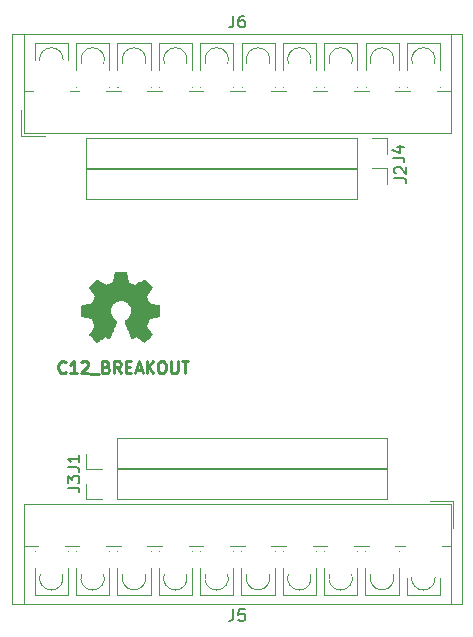
<source format=gbr>
G04 #@! TF.GenerationSoftware,KiCad,Pcbnew,6.0.11-2627ca5db0~126~ubuntu20.04.1*
G04 #@! TF.CreationDate,2023-03-16T14:55:18-05:00*
G04 #@! TF.ProjectId,C12,4331322e-6b69-4636-9164-5f7063625858,rev?*
G04 #@! TF.SameCoordinates,Original*
G04 #@! TF.FileFunction,Legend,Top*
G04 #@! TF.FilePolarity,Positive*
%FSLAX46Y46*%
G04 Gerber Fmt 4.6, Leading zero omitted, Abs format (unit mm)*
G04 Created by KiCad (PCBNEW 6.0.11-2627ca5db0~126~ubuntu20.04.1) date 2023-03-16 14:55:18*
%MOMM*%
%LPD*%
G01*
G04 APERTURE LIST*
%ADD10C,0.250000*%
G04 #@! TA.AperFunction,Profile*
%ADD11C,0.050000*%
G04 #@! TD*
%ADD12C,0.150000*%
%ADD13C,0.120000*%
%ADD14C,0.010000*%
G04 APERTURE END LIST*
D10*
X24579866Y-48642542D02*
X24532247Y-48690161D01*
X24389390Y-48737780D01*
X24294152Y-48737780D01*
X24151295Y-48690161D01*
X24056057Y-48594923D01*
X24008438Y-48499685D01*
X23960819Y-48309209D01*
X23960819Y-48166352D01*
X24008438Y-47975876D01*
X24056057Y-47880638D01*
X24151295Y-47785400D01*
X24294152Y-47737780D01*
X24389390Y-47737780D01*
X24532247Y-47785400D01*
X24579866Y-47833019D01*
X25532247Y-48737780D02*
X24960819Y-48737780D01*
X25246533Y-48737780D02*
X25246533Y-47737780D01*
X25151295Y-47880638D01*
X25056057Y-47975876D01*
X24960819Y-48023495D01*
X25913200Y-47833019D02*
X25960819Y-47785400D01*
X26056057Y-47737780D01*
X26294152Y-47737780D01*
X26389390Y-47785400D01*
X26437009Y-47833019D01*
X26484628Y-47928257D01*
X26484628Y-48023495D01*
X26437009Y-48166352D01*
X25865580Y-48737780D01*
X26484628Y-48737780D01*
X26675104Y-48833019D02*
X27437009Y-48833019D01*
X28008438Y-48213971D02*
X28151295Y-48261590D01*
X28198914Y-48309209D01*
X28246533Y-48404447D01*
X28246533Y-48547304D01*
X28198914Y-48642542D01*
X28151295Y-48690161D01*
X28056057Y-48737780D01*
X27675104Y-48737780D01*
X27675104Y-47737780D01*
X28008438Y-47737780D01*
X28103676Y-47785400D01*
X28151295Y-47833019D01*
X28198914Y-47928257D01*
X28198914Y-48023495D01*
X28151295Y-48118733D01*
X28103676Y-48166352D01*
X28008438Y-48213971D01*
X27675104Y-48213971D01*
X29246533Y-48737780D02*
X28913200Y-48261590D01*
X28675104Y-48737780D02*
X28675104Y-47737780D01*
X29056057Y-47737780D01*
X29151295Y-47785400D01*
X29198914Y-47833019D01*
X29246533Y-47928257D01*
X29246533Y-48071114D01*
X29198914Y-48166352D01*
X29151295Y-48213971D01*
X29056057Y-48261590D01*
X28675104Y-48261590D01*
X29675104Y-48213971D02*
X30008438Y-48213971D01*
X30151295Y-48737780D02*
X29675104Y-48737780D01*
X29675104Y-47737780D01*
X30151295Y-47737780D01*
X30532247Y-48452066D02*
X31008438Y-48452066D01*
X30437009Y-48737780D02*
X30770342Y-47737780D01*
X31103676Y-48737780D01*
X31437009Y-48737780D02*
X31437009Y-47737780D01*
X32008438Y-48737780D02*
X31579866Y-48166352D01*
X32008438Y-47737780D02*
X31437009Y-48309209D01*
X32627485Y-47737780D02*
X32817961Y-47737780D01*
X32913200Y-47785400D01*
X33008438Y-47880638D01*
X33056057Y-48071114D01*
X33056057Y-48404447D01*
X33008438Y-48594923D01*
X32913200Y-48690161D01*
X32817961Y-48737780D01*
X32627485Y-48737780D01*
X32532247Y-48690161D01*
X32437009Y-48594923D01*
X32389390Y-48404447D01*
X32389390Y-48071114D01*
X32437009Y-47880638D01*
X32532247Y-47785400D01*
X32627485Y-47737780D01*
X33484628Y-47737780D02*
X33484628Y-48547304D01*
X33532247Y-48642542D01*
X33579866Y-48690161D01*
X33675104Y-48737780D01*
X33865580Y-48737780D01*
X33960819Y-48690161D01*
X34008438Y-48642542D01*
X34056057Y-48547304D01*
X34056057Y-47737780D01*
X34389390Y-47737780D02*
X34960819Y-47737780D01*
X34675104Y-48737780D02*
X34675104Y-47737780D01*
D11*
X58100000Y-20000000D02*
X58100000Y-68260000D01*
X20000000Y-68260000D02*
X58100000Y-68260000D01*
X20000000Y-20000000D02*
X58100000Y-20000000D01*
X20000000Y-20000000D02*
X20000000Y-68260000D01*
D12*
X38784666Y-18476380D02*
X38784666Y-19190666D01*
X38737047Y-19333523D01*
X38641809Y-19428761D01*
X38498952Y-19476380D01*
X38403714Y-19476380D01*
X39689428Y-18476380D02*
X39498952Y-18476380D01*
X39403714Y-18524000D01*
X39356095Y-18571619D01*
X39260857Y-18714476D01*
X39213238Y-18904952D01*
X39213238Y-19285904D01*
X39260857Y-19381142D01*
X39308476Y-19428761D01*
X39403714Y-19476380D01*
X39594190Y-19476380D01*
X39689428Y-19428761D01*
X39737047Y-19381142D01*
X39784666Y-19285904D01*
X39784666Y-19047809D01*
X39737047Y-18952571D01*
X39689428Y-18904952D01*
X39594190Y-18857333D01*
X39403714Y-18857333D01*
X39308476Y-18904952D01*
X39260857Y-18952571D01*
X39213238Y-19047809D01*
X38780666Y-68720380D02*
X38780666Y-69434666D01*
X38733047Y-69577523D01*
X38637809Y-69672761D01*
X38494952Y-69720380D01*
X38399714Y-69720380D01*
X39733047Y-68720380D02*
X39256857Y-68720380D01*
X39209238Y-69196571D01*
X39256857Y-69148952D01*
X39352095Y-69101333D01*
X39590190Y-69101333D01*
X39685428Y-69148952D01*
X39733047Y-69196571D01*
X39780666Y-69291809D01*
X39780666Y-69529904D01*
X39733047Y-69625142D01*
X39685428Y-69672761D01*
X39590190Y-69720380D01*
X39352095Y-69720380D01*
X39256857Y-69672761D01*
X39209238Y-69625142D01*
X52262380Y-30493333D02*
X52976666Y-30493333D01*
X53119523Y-30540952D01*
X53214761Y-30636190D01*
X53262380Y-30779047D01*
X53262380Y-30874285D01*
X52595714Y-29588571D02*
X53262380Y-29588571D01*
X52214761Y-29826666D02*
X52929047Y-30064761D01*
X52929047Y-29445714D01*
X24742380Y-58433333D02*
X25456666Y-58433333D01*
X25599523Y-58480952D01*
X25694761Y-58576190D01*
X25742380Y-58719047D01*
X25742380Y-58814285D01*
X24742380Y-58052380D02*
X24742380Y-57433333D01*
X25123333Y-57766666D01*
X25123333Y-57623809D01*
X25170952Y-57528571D01*
X25218571Y-57480952D01*
X25313809Y-57433333D01*
X25551904Y-57433333D01*
X25647142Y-57480952D01*
X25694761Y-57528571D01*
X25742380Y-57623809D01*
X25742380Y-57909523D01*
X25694761Y-58004761D01*
X25647142Y-58052380D01*
X24740620Y-56701013D02*
X25454906Y-56701013D01*
X25597763Y-56748632D01*
X25693001Y-56843870D01*
X25740620Y-56986727D01*
X25740620Y-57081965D01*
X25740620Y-55701013D02*
X25740620Y-56272441D01*
X25740620Y-55986727D02*
X24740620Y-55986727D01*
X24883478Y-56081965D01*
X24978716Y-56177203D01*
X25026335Y-56272441D01*
X52416460Y-32261133D02*
X53130746Y-32261133D01*
X53273603Y-32308752D01*
X53368841Y-32403990D01*
X53416460Y-32546847D01*
X53416460Y-32642085D01*
X52511699Y-31832561D02*
X52464080Y-31784942D01*
X52416460Y-31689704D01*
X52416460Y-31451609D01*
X52464080Y-31356371D01*
X52511699Y-31308752D01*
X52606937Y-31261133D01*
X52702175Y-31261133D01*
X52845032Y-31308752D01*
X53416460Y-31880180D01*
X53416460Y-31261133D01*
D13*
X57178000Y-20024000D02*
X57178000Y-28444000D01*
X35268000Y-24534000D02*
X35268000Y-24534000D01*
X28268000Y-20784000D02*
X28268000Y-23095000D01*
X49968000Y-20784000D02*
X49968000Y-23095000D01*
X42968000Y-20784000D02*
X42968000Y-23095000D01*
X42268000Y-24473000D02*
X42268000Y-24534000D01*
X32468000Y-20784000D02*
X35268000Y-20784000D01*
X49968000Y-24534000D02*
X49969000Y-24534000D01*
X53468000Y-20784000D02*
X56268000Y-20784000D01*
X52768000Y-24473000D02*
X52768000Y-24534000D01*
X46468000Y-24473000D02*
X46468000Y-24534000D01*
X38768000Y-24534000D02*
X38768000Y-24534000D01*
X31768000Y-24534000D02*
X31768000Y-24534000D01*
X45768000Y-20784000D02*
X45768000Y-23095000D01*
X21058000Y-24885000D02*
X21828000Y-24885000D01*
X42002000Y-24885000D02*
X43235000Y-24885000D01*
X21968000Y-20784000D02*
X21968000Y-22244000D01*
X32468000Y-20784000D02*
X32468000Y-23095000D01*
X28968000Y-20784000D02*
X28968000Y-23095000D01*
X25468000Y-20784000D02*
X25468000Y-23095000D01*
X52768000Y-24534000D02*
X52768000Y-24534000D01*
X49968000Y-20784000D02*
X52768000Y-20784000D01*
X21058000Y-28444000D02*
X57178000Y-28444000D01*
X28268000Y-24534000D02*
X28268000Y-24534000D01*
X35968000Y-20784000D02*
X35968000Y-23095000D01*
X31768000Y-20784000D02*
X31768000Y-23095000D01*
X35268000Y-24473000D02*
X35268000Y-24534000D01*
X49268000Y-24534000D02*
X49268000Y-24534000D01*
X38768000Y-24473000D02*
X38768000Y-24534000D01*
X39469000Y-20784000D02*
X39469000Y-23095000D01*
X38502000Y-24885000D02*
X39735000Y-24885000D01*
X39469000Y-24473000D02*
X39469000Y-24534000D01*
X21058000Y-20024000D02*
X57178000Y-20024000D01*
X49268000Y-24473000D02*
X49268000Y-24534000D01*
X42968000Y-20784000D02*
X45768000Y-20784000D01*
X46468000Y-24534000D02*
X46469000Y-24534000D01*
X39469000Y-20784000D02*
X42268000Y-20784000D01*
X42268000Y-20784000D02*
X42268000Y-23095000D01*
X24768000Y-20784000D02*
X24768000Y-22244000D01*
X56268000Y-24473000D02*
X56268000Y-24534000D01*
X28268000Y-24473000D02*
X28268000Y-24534000D01*
X28968000Y-24534000D02*
X28969000Y-24534000D01*
X24908000Y-24885000D02*
X25735000Y-24885000D01*
X25468000Y-24534000D02*
X25469000Y-24534000D01*
X49002000Y-24885000D02*
X50235000Y-24885000D01*
X31768000Y-24473000D02*
X31768000Y-24534000D01*
X35968000Y-20784000D02*
X38768000Y-20784000D01*
X53468000Y-20784000D02*
X53468000Y-23095000D01*
X20818000Y-26444000D02*
X20818000Y-28684000D01*
X52502000Y-24885000D02*
X53735000Y-24885000D01*
X42968000Y-24534000D02*
X42969000Y-24534000D01*
X42268000Y-24534000D02*
X42268000Y-24534000D01*
X28002000Y-24885000D02*
X29235000Y-24885000D01*
X56002000Y-24885000D02*
X57178000Y-24885000D01*
X38768000Y-20784000D02*
X38768000Y-23095000D01*
X35968000Y-24534000D02*
X35969000Y-24534000D01*
X28968000Y-24473000D02*
X28968000Y-24534000D01*
X25468000Y-20784000D02*
X28268000Y-20784000D01*
X28968000Y-20784000D02*
X31768000Y-20784000D01*
X32468000Y-24534000D02*
X32469000Y-24534000D01*
X35968000Y-24473000D02*
X35968000Y-24534000D01*
X45502000Y-24885000D02*
X46735000Y-24885000D01*
X32468000Y-24473000D02*
X32468000Y-24534000D01*
X35268000Y-20784000D02*
X35268000Y-23095000D01*
X25468000Y-24473000D02*
X25468000Y-24534000D01*
X39469000Y-24534000D02*
X39469000Y-24534000D01*
X31502000Y-24885000D02*
X32735000Y-24885000D01*
X21058000Y-20024000D02*
X21058000Y-28444000D01*
X20818000Y-28684000D02*
X22818000Y-28684000D01*
X46468000Y-20784000D02*
X46468000Y-23095000D01*
X42968000Y-24473000D02*
X42968000Y-24534000D01*
X21968000Y-20784000D02*
X24768000Y-20784000D01*
X53468000Y-24534000D02*
X53469000Y-24534000D01*
X56268000Y-20784000D02*
X56268000Y-23095000D01*
X45768000Y-24534000D02*
X45768000Y-24534000D01*
X56268000Y-24534000D02*
X56268000Y-24534000D01*
X35002000Y-24885000D02*
X36235000Y-24885000D01*
X45768000Y-24473000D02*
X45768000Y-24534000D01*
X53468000Y-24473000D02*
X53468000Y-24534000D01*
X46468000Y-20784000D02*
X49268000Y-20784000D01*
X49968000Y-24473000D02*
X49968000Y-24534000D01*
X52768000Y-20784000D02*
X52768000Y-23095000D01*
X49268000Y-20784000D02*
X49268000Y-23095000D01*
X48808000Y-22526000D02*
G75*
G03*
X46928085Y-22526233I-940000J342000D01*
G01*
X41808000Y-22526000D02*
G75*
G03*
X39928085Y-22526233I-940000J342000D01*
G01*
X27808000Y-22526000D02*
G75*
G03*
X25928085Y-22526233I-940000J342000D01*
G01*
X45308000Y-22526000D02*
G75*
G03*
X43428085Y-22526233I-940000J342000D01*
G01*
X31308000Y-22526000D02*
G75*
G03*
X29428085Y-22526233I-940000J342000D01*
G01*
X38308000Y-22526000D02*
G75*
G03*
X36428085Y-22526233I-940000J342000D01*
G01*
X55808000Y-22526000D02*
G75*
G03*
X53928085Y-22526233I-940000J342000D01*
G01*
X52308000Y-22526000D02*
G75*
G03*
X50428085Y-22526233I-940000J342000D01*
G01*
X34808000Y-22526000D02*
G75*
G03*
X32928085Y-22526233I-940000J342000D01*
G01*
X24366000Y-22253000D02*
G75*
G03*
X22370110Y-22254566I-998000J69000D01*
G01*
X21054000Y-68268000D02*
X21054000Y-59848000D01*
X42964000Y-63758000D02*
X42964000Y-63758000D01*
X49964000Y-67508000D02*
X49964000Y-65197000D01*
X28264000Y-67508000D02*
X28264000Y-65197000D01*
X35264000Y-67508000D02*
X35264000Y-65197000D01*
X35964000Y-63819000D02*
X35964000Y-63758000D01*
X45764000Y-67508000D02*
X42964000Y-67508000D01*
X28264000Y-63758000D02*
X28263000Y-63758000D01*
X24764000Y-67508000D02*
X21964000Y-67508000D01*
X25464000Y-63819000D02*
X25464000Y-63758000D01*
X31764000Y-63819000D02*
X31764000Y-63758000D01*
X39464000Y-63758000D02*
X39464000Y-63758000D01*
X46464000Y-63758000D02*
X46464000Y-63758000D01*
X32464000Y-67508000D02*
X32464000Y-65197000D01*
X57174000Y-63407000D02*
X56404000Y-63407000D01*
X36230000Y-63407000D02*
X34997000Y-63407000D01*
X56264000Y-67508000D02*
X56264000Y-66048000D01*
X45764000Y-67508000D02*
X45764000Y-65197000D01*
X49264000Y-67508000D02*
X49264000Y-65197000D01*
X52764000Y-67508000D02*
X52764000Y-65197000D01*
X25464000Y-63758000D02*
X25464000Y-63758000D01*
X28264000Y-67508000D02*
X25464000Y-67508000D01*
X57174000Y-59848000D02*
X21054000Y-59848000D01*
X49964000Y-63758000D02*
X49964000Y-63758000D01*
X42264000Y-67508000D02*
X42264000Y-65197000D01*
X46464000Y-67508000D02*
X46464000Y-65197000D01*
X42964000Y-63819000D02*
X42964000Y-63758000D01*
X28964000Y-63758000D02*
X28964000Y-63758000D01*
X39464000Y-63819000D02*
X39464000Y-63758000D01*
X38763000Y-67508000D02*
X38763000Y-65197000D01*
X39730000Y-63407000D02*
X38497000Y-63407000D01*
X38763000Y-63819000D02*
X38763000Y-63758000D01*
X57174000Y-68268000D02*
X21054000Y-68268000D01*
X28964000Y-63819000D02*
X28964000Y-63758000D01*
X35264000Y-67508000D02*
X32464000Y-67508000D01*
X31764000Y-63758000D02*
X31763000Y-63758000D01*
X38763000Y-67508000D02*
X35964000Y-67508000D01*
X35964000Y-67508000D02*
X35964000Y-65197000D01*
X53464000Y-67508000D02*
X53464000Y-66048000D01*
X21964000Y-63819000D02*
X21964000Y-63758000D01*
X49964000Y-63819000D02*
X49964000Y-63758000D01*
X49264000Y-63758000D02*
X49263000Y-63758000D01*
X53324000Y-63407000D02*
X52497000Y-63407000D01*
X52764000Y-63758000D02*
X52763000Y-63758000D01*
X29230000Y-63407000D02*
X27997000Y-63407000D01*
X46464000Y-63819000D02*
X46464000Y-63758000D01*
X42264000Y-67508000D02*
X39464000Y-67508000D01*
X24764000Y-67508000D02*
X24764000Y-65197000D01*
X57414000Y-61848000D02*
X57414000Y-59608000D01*
X25730000Y-63407000D02*
X24497000Y-63407000D01*
X35264000Y-63758000D02*
X35263000Y-63758000D01*
X35964000Y-63758000D02*
X35964000Y-63758000D01*
X50230000Y-63407000D02*
X48997000Y-63407000D01*
X22230000Y-63407000D02*
X21054000Y-63407000D01*
X39464000Y-67508000D02*
X39464000Y-65197000D01*
X42264000Y-63758000D02*
X42263000Y-63758000D01*
X49264000Y-63819000D02*
X49264000Y-63758000D01*
X52764000Y-67508000D02*
X49964000Y-67508000D01*
X49264000Y-67508000D02*
X46464000Y-67508000D01*
X45764000Y-63758000D02*
X45763000Y-63758000D01*
X42264000Y-63819000D02*
X42264000Y-63758000D01*
X32730000Y-63407000D02*
X31497000Y-63407000D01*
X45764000Y-63819000D02*
X45764000Y-63758000D01*
X42964000Y-67508000D02*
X42964000Y-65197000D01*
X52764000Y-63819000D02*
X52764000Y-63758000D01*
X38763000Y-63758000D02*
X38763000Y-63758000D01*
X46730000Y-63407000D02*
X45497000Y-63407000D01*
X57174000Y-68268000D02*
X57174000Y-59848000D01*
X57414000Y-59608000D02*
X55414000Y-59608000D01*
X31764000Y-67508000D02*
X31764000Y-65197000D01*
X35264000Y-63819000D02*
X35264000Y-63758000D01*
X56264000Y-67508000D02*
X53464000Y-67508000D01*
X24764000Y-63758000D02*
X24763000Y-63758000D01*
X21964000Y-67508000D02*
X21964000Y-65197000D01*
X32464000Y-63758000D02*
X32464000Y-63758000D01*
X21964000Y-63758000D02*
X21964000Y-63758000D01*
X43230000Y-63407000D02*
X41997000Y-63407000D01*
X32464000Y-63819000D02*
X32464000Y-63758000D01*
X24764000Y-63819000D02*
X24764000Y-63758000D01*
X31764000Y-67508000D02*
X28964000Y-67508000D01*
X28264000Y-63819000D02*
X28264000Y-63758000D01*
X25464000Y-67508000D02*
X25464000Y-65197000D01*
X28964000Y-67508000D02*
X28964000Y-65197000D01*
X29424000Y-65766000D02*
G75*
G03*
X31303915Y-65765767I940000J-342000D01*
G01*
X36424000Y-65766000D02*
G75*
G03*
X38303915Y-65765767I940000J-342000D01*
G01*
X50424000Y-65766000D02*
G75*
G03*
X52303915Y-65765767I940000J-342000D01*
G01*
X32924000Y-65766000D02*
G75*
G03*
X34803915Y-65765767I940000J-342000D01*
G01*
X46924000Y-65766000D02*
G75*
G03*
X48803915Y-65765767I940000J-342000D01*
G01*
X39924000Y-65766000D02*
G75*
G03*
X41803915Y-65765767I940000J-342000D01*
G01*
X22424000Y-65766000D02*
G75*
G03*
X24303915Y-65765767I940000J-342000D01*
G01*
X25924000Y-65766000D02*
G75*
G03*
X27803915Y-65765767I940000J-342000D01*
G01*
X43424000Y-65766000D02*
G75*
G03*
X45303915Y-65765767I940000J-342000D01*
G01*
X53866000Y-66039000D02*
G75*
G03*
X55861890Y-66037434I998000J-69000D01*
G01*
X51810000Y-28830000D02*
X51810000Y-30160000D01*
X50480000Y-28830000D02*
X51810000Y-28830000D01*
X49210000Y-28830000D02*
X49210000Y-31490000D01*
X49210000Y-31490000D02*
X26290000Y-31490000D01*
X49210000Y-28830000D02*
X26290000Y-28830000D01*
X26290000Y-28830000D02*
X26290000Y-31490000D01*
X26290000Y-59430000D02*
X26290000Y-58100000D01*
X27620000Y-59430000D02*
X26290000Y-59430000D01*
X28890000Y-59430000D02*
X28890000Y-56770000D01*
X28890000Y-56770000D02*
X51810000Y-56770000D01*
X28890000Y-59430000D02*
X51810000Y-59430000D01*
X51810000Y-59430000D02*
X51810000Y-56770000D01*
X26290000Y-56890000D02*
X26290000Y-55560000D01*
X27620000Y-56890000D02*
X26290000Y-56890000D01*
X28890000Y-56890000D02*
X28890000Y-54230000D01*
X28890000Y-54230000D02*
X51810000Y-54230000D01*
X28890000Y-56890000D02*
X51810000Y-56890000D01*
X51810000Y-56890000D02*
X51810000Y-54230000D01*
X51810000Y-31370000D02*
X51810000Y-32700000D01*
X50480000Y-31370000D02*
X51810000Y-31370000D01*
X49210000Y-31370000D02*
X49210000Y-34030000D01*
X49210000Y-34030000D02*
X26290000Y-34030000D01*
X49210000Y-31370000D02*
X26290000Y-31370000D01*
X26290000Y-31370000D02*
X26290000Y-34030000D01*
G36*
X29755654Y-40618451D02*
G01*
X29839475Y-41063075D01*
X30148760Y-41190573D01*
X30458046Y-41318071D01*
X30829086Y-41065766D01*
X30932997Y-40995516D01*
X31026927Y-40932792D01*
X31106492Y-40880458D01*
X31167310Y-40841377D01*
X31204997Y-40818413D01*
X31215261Y-40813462D01*
X31233750Y-40826196D01*
X31273260Y-40861402D01*
X31329362Y-40914582D01*
X31397627Y-40981238D01*
X31473626Y-41056874D01*
X31552932Y-41136992D01*
X31631115Y-41217094D01*
X31703747Y-41292684D01*
X31766399Y-41359265D01*
X31814643Y-41412338D01*
X31844050Y-41447407D01*
X31851081Y-41459143D01*
X31840963Y-41480780D01*
X31812599Y-41528182D01*
X31768969Y-41596713D01*
X31713058Y-41681735D01*
X31647846Y-41778613D01*
X31610059Y-41833870D01*
X31541183Y-41934768D01*
X31479980Y-42025819D01*
X31429418Y-42102490D01*
X31392468Y-42160248D01*
X31372098Y-42194563D01*
X31369037Y-42201774D01*
X31375976Y-42222268D01*
X31394891Y-42270033D01*
X31422927Y-42338352D01*
X31457231Y-42420509D01*
X31494949Y-42509790D01*
X31533227Y-42599478D01*
X31569210Y-42682858D01*
X31600046Y-42753214D01*
X31622879Y-42803830D01*
X31634857Y-42827991D01*
X31635564Y-42828942D01*
X31654371Y-42833556D01*
X31704458Y-42843848D01*
X31780633Y-42858807D01*
X31877705Y-42877421D01*
X31990483Y-42898679D01*
X32056282Y-42910938D01*
X32176790Y-42933882D01*
X32285637Y-42955715D01*
X32377316Y-42975242D01*
X32446321Y-42991268D01*
X32487144Y-43002599D01*
X32495351Y-43006194D01*
X32503388Y-43030526D01*
X32509873Y-43085479D01*
X32514810Y-43164628D01*
X32518204Y-43261546D01*
X32520058Y-43369807D01*
X32520378Y-43482985D01*
X32519167Y-43594655D01*
X32516430Y-43698388D01*
X32512171Y-43787761D01*
X32506395Y-43856346D01*
X32499107Y-43897717D01*
X32494735Y-43906330D01*
X32468604Y-43916653D01*
X32413233Y-43931412D01*
X32335947Y-43948872D01*
X32244070Y-43967300D01*
X32211998Y-43973261D01*
X32057364Y-44001586D01*
X31935215Y-44024396D01*
X31841513Y-44042600D01*
X31772224Y-44057103D01*
X31723311Y-44068812D01*
X31690737Y-44078635D01*
X31670468Y-44087476D01*
X31658466Y-44096244D01*
X31656787Y-44097977D01*
X31640024Y-44125891D01*
X31614454Y-44180215D01*
X31582628Y-44254297D01*
X31547100Y-44341485D01*
X31510423Y-44435128D01*
X31475151Y-44528572D01*
X31443836Y-44615167D01*
X31419033Y-44688260D01*
X31403294Y-44741198D01*
X31399172Y-44767331D01*
X31399516Y-44768246D01*
X31413481Y-44789606D01*
X31445162Y-44836604D01*
X31491231Y-44904347D01*
X31548358Y-44987943D01*
X31613213Y-45082502D01*
X31631683Y-45109374D01*
X31697539Y-45206795D01*
X31755490Y-45295683D01*
X31802378Y-45370932D01*
X31835047Y-45427440D01*
X31850340Y-45460101D01*
X31851081Y-45464113D01*
X31838232Y-45485204D01*
X31802728Y-45526984D01*
X31749133Y-45584965D01*
X31682011Y-45654655D01*
X31605927Y-45731565D01*
X31525444Y-45811203D01*
X31445127Y-45889081D01*
X31369539Y-45960706D01*
X31303245Y-46021590D01*
X31250809Y-46067241D01*
X31216795Y-46093170D01*
X31207385Y-46097403D01*
X31185483Y-46087432D01*
X31140640Y-46060540D01*
X31080161Y-46021256D01*
X31033629Y-45989637D01*
X30949315Y-45931618D01*
X30849466Y-45863304D01*
X30749313Y-45795099D01*
X30695467Y-45758595D01*
X30513211Y-45635320D01*
X30360221Y-45718040D01*
X30290522Y-45754279D01*
X30231254Y-45782446D01*
X30191151Y-45798511D01*
X30180943Y-45800746D01*
X30168669Y-45784242D01*
X30144453Y-45737602D01*
X30110103Y-45665129D01*
X30067428Y-45571126D01*
X30018234Y-45459894D01*
X29964330Y-45335735D01*
X29907524Y-45202952D01*
X29849622Y-45065847D01*
X29792433Y-44928722D01*
X29737764Y-44795878D01*
X29687424Y-44671618D01*
X29643220Y-44560245D01*
X29606959Y-44466059D01*
X29580449Y-44393364D01*
X29565498Y-44346461D01*
X29563094Y-44330353D01*
X29582151Y-44309806D01*
X29623876Y-44276453D01*
X29679546Y-44237222D01*
X29684218Y-44234119D01*
X29828104Y-44118943D01*
X29944123Y-43984573D01*
X30031270Y-43835304D01*
X30088539Y-43675433D01*
X30114926Y-43509257D01*
X30109425Y-43341072D01*
X30071030Y-43175175D01*
X29998735Y-43015862D01*
X29977466Y-42981007D01*
X29866836Y-42840257D01*
X29736142Y-42727234D01*
X29589904Y-42642523D01*
X29432648Y-42586714D01*
X29268897Y-42560394D01*
X29103173Y-42564150D01*
X28940002Y-42598570D01*
X28783905Y-42664243D01*
X28639407Y-42761755D01*
X28594709Y-42801333D01*
X28480952Y-42925223D01*
X28398058Y-43055644D01*
X28341196Y-43201835D01*
X28309527Y-43346608D01*
X28301709Y-43509380D01*
X28327778Y-43672960D01*
X28385085Y-43831818D01*
X28470984Y-43980426D01*
X28582826Y-44113255D01*
X28717963Y-44224776D01*
X28735723Y-44236531D01*
X28791990Y-44275028D01*
X28834763Y-44308383D01*
X28855212Y-44329680D01*
X28855509Y-44330353D01*
X28851119Y-44353391D01*
X28833716Y-44405677D01*
X28805108Y-44482910D01*
X28767105Y-44580788D01*
X28721514Y-44695011D01*
X28670143Y-44821278D01*
X28614802Y-44955287D01*
X28557298Y-45092738D01*
X28499441Y-45229328D01*
X28443038Y-45360757D01*
X28389898Y-45482725D01*
X28341830Y-45590929D01*
X28300641Y-45681069D01*
X28268141Y-45748843D01*
X28246137Y-45789950D01*
X28237276Y-45800746D01*
X28210200Y-45792339D01*
X28159537Y-45769792D01*
X28094023Y-45737133D01*
X28057999Y-45718040D01*
X27905008Y-45635320D01*
X27722752Y-45758595D01*
X27629715Y-45821748D01*
X27527855Y-45891247D01*
X27432402Y-45956685D01*
X27384590Y-45989637D01*
X27317345Y-46034793D01*
X27260404Y-46070577D01*
X27221194Y-46092458D01*
X27208459Y-46097083D01*
X27189923Y-46084605D01*
X27148899Y-46049772D01*
X27089365Y-45996198D01*
X27015298Y-45927503D01*
X26930675Y-45847301D01*
X26877155Y-45795806D01*
X26783521Y-45703806D01*
X26702599Y-45621519D01*
X26637663Y-45552465D01*
X26591982Y-45500164D01*
X26568829Y-45468136D01*
X26566608Y-45461636D01*
X26576916Y-45436914D01*
X26605401Y-45386925D01*
X26648903Y-45316732D01*
X26704263Y-45231395D01*
X26768320Y-45135976D01*
X26786537Y-45109374D01*
X26852913Y-45012687D01*
X26912462Y-44925637D01*
X26961856Y-44853115D01*
X26997765Y-44800013D01*
X27016859Y-44771223D01*
X27018704Y-44768246D01*
X27015945Y-44745302D01*
X27001302Y-44694856D01*
X26977327Y-44623561D01*
X26946574Y-44538067D01*
X26911596Y-44445027D01*
X26874947Y-44351094D01*
X26839179Y-44262919D01*
X26806846Y-44187154D01*
X26780502Y-44130451D01*
X26762698Y-44099463D01*
X26761433Y-44097977D01*
X26750546Y-44089121D01*
X26732158Y-44080363D01*
X26702234Y-44070797D01*
X26656737Y-44059516D01*
X26591631Y-44045613D01*
X26502879Y-44028183D01*
X26386447Y-44006318D01*
X26238298Y-43979111D01*
X26206222Y-43973261D01*
X26111154Y-43954894D01*
X26028275Y-43936925D01*
X25964910Y-43921089D01*
X25928382Y-43909120D01*
X25923484Y-43906330D01*
X25915413Y-43881592D01*
X25908853Y-43826310D01*
X25903807Y-43746909D01*
X25900281Y-43649816D01*
X25898279Y-43541458D01*
X25897804Y-43428260D01*
X25898863Y-43316648D01*
X25901458Y-43213049D01*
X25905594Y-43123888D01*
X25911277Y-43055592D01*
X25918509Y-43014586D01*
X25922869Y-43006194D01*
X25947142Y-42997728D01*
X26002414Y-42983955D01*
X26083178Y-42966070D01*
X26183928Y-42945268D01*
X26299157Y-42922743D01*
X26361938Y-42910938D01*
X26481053Y-42888671D01*
X26587275Y-42868499D01*
X26675413Y-42851435D01*
X26740274Y-42838489D01*
X26776666Y-42830675D01*
X26782656Y-42828942D01*
X26792779Y-42809410D01*
X26814178Y-42762363D01*
X26844001Y-42694523D01*
X26879395Y-42612611D01*
X26917508Y-42523348D01*
X26955487Y-42433455D01*
X26990480Y-42349655D01*
X27019634Y-42278667D01*
X27040097Y-42227214D01*
X27049017Y-42202017D01*
X27049183Y-42200916D01*
X27039071Y-42181039D01*
X27010723Y-42135297D01*
X26967117Y-42068237D01*
X26911234Y-41984404D01*
X26846053Y-41888346D01*
X26808161Y-41833170D01*
X26739115Y-41732001D01*
X26677790Y-41640150D01*
X26627177Y-41562264D01*
X26590269Y-41502989D01*
X26570058Y-41466971D01*
X26567139Y-41458897D01*
X26579687Y-41440104D01*
X26614377Y-41399977D01*
X26666777Y-41343013D01*
X26732456Y-41273705D01*
X26806984Y-41196551D01*
X26885927Y-41116045D01*
X26964857Y-41036683D01*
X27039340Y-40962960D01*
X27104946Y-40899372D01*
X27157244Y-40850414D01*
X27191801Y-40820581D01*
X27203362Y-40813462D01*
X27222186Y-40823473D01*
X27267209Y-40851598D01*
X27334053Y-40894974D01*
X27418341Y-40950738D01*
X27515696Y-41016026D01*
X27589133Y-41065766D01*
X27960173Y-41318071D01*
X28578745Y-41063075D01*
X28662565Y-40618451D01*
X28746386Y-40173827D01*
X29671834Y-40173827D01*
X29755654Y-40618451D01*
G37*
D14*
X29755654Y-40618451D02*
X29839475Y-41063075D01*
X30148760Y-41190573D01*
X30458046Y-41318071D01*
X30829086Y-41065766D01*
X30932997Y-40995516D01*
X31026927Y-40932792D01*
X31106492Y-40880458D01*
X31167310Y-40841377D01*
X31204997Y-40818413D01*
X31215261Y-40813462D01*
X31233750Y-40826196D01*
X31273260Y-40861402D01*
X31329362Y-40914582D01*
X31397627Y-40981238D01*
X31473626Y-41056874D01*
X31552932Y-41136992D01*
X31631115Y-41217094D01*
X31703747Y-41292684D01*
X31766399Y-41359265D01*
X31814643Y-41412338D01*
X31844050Y-41447407D01*
X31851081Y-41459143D01*
X31840963Y-41480780D01*
X31812599Y-41528182D01*
X31768969Y-41596713D01*
X31713058Y-41681735D01*
X31647846Y-41778613D01*
X31610059Y-41833870D01*
X31541183Y-41934768D01*
X31479980Y-42025819D01*
X31429418Y-42102490D01*
X31392468Y-42160248D01*
X31372098Y-42194563D01*
X31369037Y-42201774D01*
X31375976Y-42222268D01*
X31394891Y-42270033D01*
X31422927Y-42338352D01*
X31457231Y-42420509D01*
X31494949Y-42509790D01*
X31533227Y-42599478D01*
X31569210Y-42682858D01*
X31600046Y-42753214D01*
X31622879Y-42803830D01*
X31634857Y-42827991D01*
X31635564Y-42828942D01*
X31654371Y-42833556D01*
X31704458Y-42843848D01*
X31780633Y-42858807D01*
X31877705Y-42877421D01*
X31990483Y-42898679D01*
X32056282Y-42910938D01*
X32176790Y-42933882D01*
X32285637Y-42955715D01*
X32377316Y-42975242D01*
X32446321Y-42991268D01*
X32487144Y-43002599D01*
X32495351Y-43006194D01*
X32503388Y-43030526D01*
X32509873Y-43085479D01*
X32514810Y-43164628D01*
X32518204Y-43261546D01*
X32520058Y-43369807D01*
X32520378Y-43482985D01*
X32519167Y-43594655D01*
X32516430Y-43698388D01*
X32512171Y-43787761D01*
X32506395Y-43856346D01*
X32499107Y-43897717D01*
X32494735Y-43906330D01*
X32468604Y-43916653D01*
X32413233Y-43931412D01*
X32335947Y-43948872D01*
X32244070Y-43967300D01*
X32211998Y-43973261D01*
X32057364Y-44001586D01*
X31935215Y-44024396D01*
X31841513Y-44042600D01*
X31772224Y-44057103D01*
X31723311Y-44068812D01*
X31690737Y-44078635D01*
X31670468Y-44087476D01*
X31658466Y-44096244D01*
X31656787Y-44097977D01*
X31640024Y-44125891D01*
X31614454Y-44180215D01*
X31582628Y-44254297D01*
X31547100Y-44341485D01*
X31510423Y-44435128D01*
X31475151Y-44528572D01*
X31443836Y-44615167D01*
X31419033Y-44688260D01*
X31403294Y-44741198D01*
X31399172Y-44767331D01*
X31399516Y-44768246D01*
X31413481Y-44789606D01*
X31445162Y-44836604D01*
X31491231Y-44904347D01*
X31548358Y-44987943D01*
X31613213Y-45082502D01*
X31631683Y-45109374D01*
X31697539Y-45206795D01*
X31755490Y-45295683D01*
X31802378Y-45370932D01*
X31835047Y-45427440D01*
X31850340Y-45460101D01*
X31851081Y-45464113D01*
X31838232Y-45485204D01*
X31802728Y-45526984D01*
X31749133Y-45584965D01*
X31682011Y-45654655D01*
X31605927Y-45731565D01*
X31525444Y-45811203D01*
X31445127Y-45889081D01*
X31369539Y-45960706D01*
X31303245Y-46021590D01*
X31250809Y-46067241D01*
X31216795Y-46093170D01*
X31207385Y-46097403D01*
X31185483Y-46087432D01*
X31140640Y-46060540D01*
X31080161Y-46021256D01*
X31033629Y-45989637D01*
X30949315Y-45931618D01*
X30849466Y-45863304D01*
X30749313Y-45795099D01*
X30695467Y-45758595D01*
X30513211Y-45635320D01*
X30360221Y-45718040D01*
X30290522Y-45754279D01*
X30231254Y-45782446D01*
X30191151Y-45798511D01*
X30180943Y-45800746D01*
X30168669Y-45784242D01*
X30144453Y-45737602D01*
X30110103Y-45665129D01*
X30067428Y-45571126D01*
X30018234Y-45459894D01*
X29964330Y-45335735D01*
X29907524Y-45202952D01*
X29849622Y-45065847D01*
X29792433Y-44928722D01*
X29737764Y-44795878D01*
X29687424Y-44671618D01*
X29643220Y-44560245D01*
X29606959Y-44466059D01*
X29580449Y-44393364D01*
X29565498Y-44346461D01*
X29563094Y-44330353D01*
X29582151Y-44309806D01*
X29623876Y-44276453D01*
X29679546Y-44237222D01*
X29684218Y-44234119D01*
X29828104Y-44118943D01*
X29944123Y-43984573D01*
X30031270Y-43835304D01*
X30088539Y-43675433D01*
X30114926Y-43509257D01*
X30109425Y-43341072D01*
X30071030Y-43175175D01*
X29998735Y-43015862D01*
X29977466Y-42981007D01*
X29866836Y-42840257D01*
X29736142Y-42727234D01*
X29589904Y-42642523D01*
X29432648Y-42586714D01*
X29268897Y-42560394D01*
X29103173Y-42564150D01*
X28940002Y-42598570D01*
X28783905Y-42664243D01*
X28639407Y-42761755D01*
X28594709Y-42801333D01*
X28480952Y-42925223D01*
X28398058Y-43055644D01*
X28341196Y-43201835D01*
X28309527Y-43346608D01*
X28301709Y-43509380D01*
X28327778Y-43672960D01*
X28385085Y-43831818D01*
X28470984Y-43980426D01*
X28582826Y-44113255D01*
X28717963Y-44224776D01*
X28735723Y-44236531D01*
X28791990Y-44275028D01*
X28834763Y-44308383D01*
X28855212Y-44329680D01*
X28855509Y-44330353D01*
X28851119Y-44353391D01*
X28833716Y-44405677D01*
X28805108Y-44482910D01*
X28767105Y-44580788D01*
X28721514Y-44695011D01*
X28670143Y-44821278D01*
X28614802Y-44955287D01*
X28557298Y-45092738D01*
X28499441Y-45229328D01*
X28443038Y-45360757D01*
X28389898Y-45482725D01*
X28341830Y-45590929D01*
X28300641Y-45681069D01*
X28268141Y-45748843D01*
X28246137Y-45789950D01*
X28237276Y-45800746D01*
X28210200Y-45792339D01*
X28159537Y-45769792D01*
X28094023Y-45737133D01*
X28057999Y-45718040D01*
X27905008Y-45635320D01*
X27722752Y-45758595D01*
X27629715Y-45821748D01*
X27527855Y-45891247D01*
X27432402Y-45956685D01*
X27384590Y-45989637D01*
X27317345Y-46034793D01*
X27260404Y-46070577D01*
X27221194Y-46092458D01*
X27208459Y-46097083D01*
X27189923Y-46084605D01*
X27148899Y-46049772D01*
X27089365Y-45996198D01*
X27015298Y-45927503D01*
X26930675Y-45847301D01*
X26877155Y-45795806D01*
X26783521Y-45703806D01*
X26702599Y-45621519D01*
X26637663Y-45552465D01*
X26591982Y-45500164D01*
X26568829Y-45468136D01*
X26566608Y-45461636D01*
X26576916Y-45436914D01*
X26605401Y-45386925D01*
X26648903Y-45316732D01*
X26704263Y-45231395D01*
X26768320Y-45135976D01*
X26786537Y-45109374D01*
X26852913Y-45012687D01*
X26912462Y-44925637D01*
X26961856Y-44853115D01*
X26997765Y-44800013D01*
X27016859Y-44771223D01*
X27018704Y-44768246D01*
X27015945Y-44745302D01*
X27001302Y-44694856D01*
X26977327Y-44623561D01*
X26946574Y-44538067D01*
X26911596Y-44445027D01*
X26874947Y-44351094D01*
X26839179Y-44262919D01*
X26806846Y-44187154D01*
X26780502Y-44130451D01*
X26762698Y-44099463D01*
X26761433Y-44097977D01*
X26750546Y-44089121D01*
X26732158Y-44080363D01*
X26702234Y-44070797D01*
X26656737Y-44059516D01*
X26591631Y-44045613D01*
X26502879Y-44028183D01*
X26386447Y-44006318D01*
X26238298Y-43979111D01*
X26206222Y-43973261D01*
X26111154Y-43954894D01*
X26028275Y-43936925D01*
X25964910Y-43921089D01*
X25928382Y-43909120D01*
X25923484Y-43906330D01*
X25915413Y-43881592D01*
X25908853Y-43826310D01*
X25903807Y-43746909D01*
X25900281Y-43649816D01*
X25898279Y-43541458D01*
X25897804Y-43428260D01*
X25898863Y-43316648D01*
X25901458Y-43213049D01*
X25905594Y-43123888D01*
X25911277Y-43055592D01*
X25918509Y-43014586D01*
X25922869Y-43006194D01*
X25947142Y-42997728D01*
X26002414Y-42983955D01*
X26083178Y-42966070D01*
X26183928Y-42945268D01*
X26299157Y-42922743D01*
X26361938Y-42910938D01*
X26481053Y-42888671D01*
X26587275Y-42868499D01*
X26675413Y-42851435D01*
X26740274Y-42838489D01*
X26776666Y-42830675D01*
X26782656Y-42828942D01*
X26792779Y-42809410D01*
X26814178Y-42762363D01*
X26844001Y-42694523D01*
X26879395Y-42612611D01*
X26917508Y-42523348D01*
X26955487Y-42433455D01*
X26990480Y-42349655D01*
X27019634Y-42278667D01*
X27040097Y-42227214D01*
X27049017Y-42202017D01*
X27049183Y-42200916D01*
X27039071Y-42181039D01*
X27010723Y-42135297D01*
X26967117Y-42068237D01*
X26911234Y-41984404D01*
X26846053Y-41888346D01*
X26808161Y-41833170D01*
X26739115Y-41732001D01*
X26677790Y-41640150D01*
X26627177Y-41562264D01*
X26590269Y-41502989D01*
X26570058Y-41466971D01*
X26567139Y-41458897D01*
X26579687Y-41440104D01*
X26614377Y-41399977D01*
X26666777Y-41343013D01*
X26732456Y-41273705D01*
X26806984Y-41196551D01*
X26885927Y-41116045D01*
X26964857Y-41036683D01*
X27039340Y-40962960D01*
X27104946Y-40899372D01*
X27157244Y-40850414D01*
X27191801Y-40820581D01*
X27203362Y-40813462D01*
X27222186Y-40823473D01*
X27267209Y-40851598D01*
X27334053Y-40894974D01*
X27418341Y-40950738D01*
X27515696Y-41016026D01*
X27589133Y-41065766D01*
X27960173Y-41318071D01*
X28578745Y-41063075D01*
X28662565Y-40618451D01*
X28746386Y-40173827D01*
X29671834Y-40173827D01*
X29755654Y-40618451D01*
M02*

</source>
